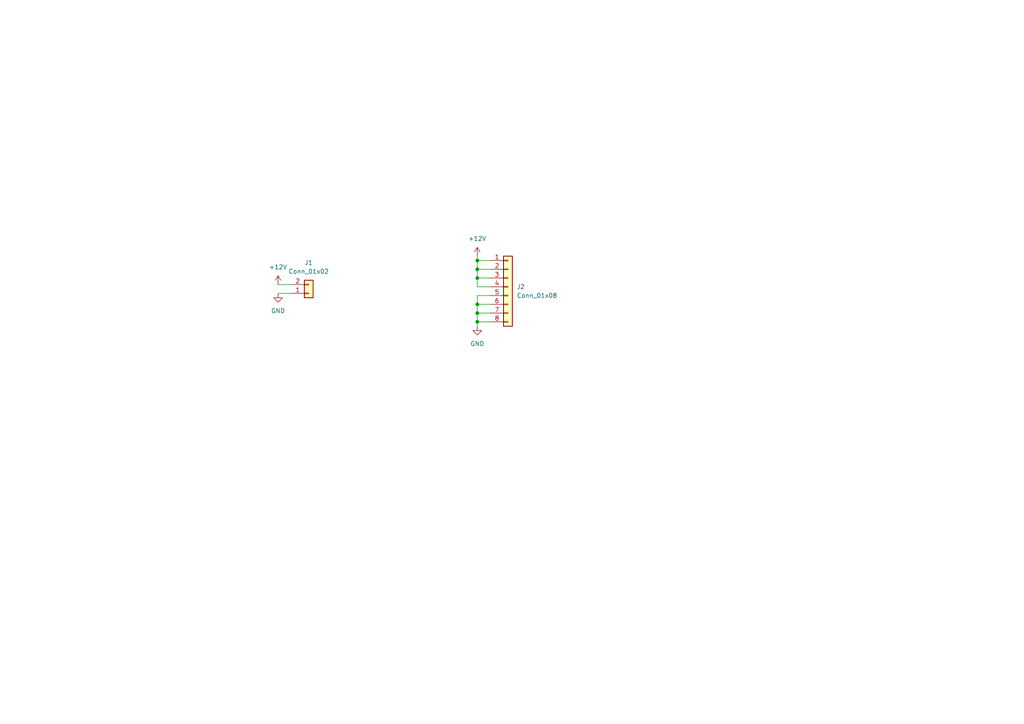
<source format=kicad_sch>
(kicad_sch (version 20211123) (generator eeschema)
  (paper "A4")
  (lib_symbols
    (symbol "Connector_Generic:Conn_01x02" (pin_names (offset 1.016) hide)
      (property "Reference" "J" (at 0 2.54 0))
      (property "Value" "Conn_01x02" (at 0 -5.08 0))
      (symbol "Conn_01x02_1_1"
        (rectangle (start -1.27 -2.413) (end 0 -2.667) (stroke (width 0.1524)))
        (rectangle (start -1.27 0.127) (end 0 -0.127) (stroke (width 0.1524)))
        (rectangle (start -1.27 1.27) (end 1.27 -3.81) (stroke (width 0.254)) (fill (type background)))
        (pin passive line (at -5.08 0 0) (length 3.81) (name "Pin_1") (number "1"))
        (pin passive line (at -5.08 -2.54 0) (length 3.81) (name "Pin_2") (number "2"))
      )
    )
    (symbol "Connector_Generic:Conn_01x08" (pin_names (offset 1.016) hide)
      (property "Reference" "J" (at 0 10.16 0))
      (property "Value" "Conn_01x08" (at 0 -12.7 0))
      (symbol "Conn_01x08_1_1"
        (rectangle (start -1.27 -10.033) (end 0 -10.287) (stroke (width 0.1524)))
        (rectangle (start -1.27 -7.493) (end 0 -7.747) (stroke (width 0.1524)))
        (rectangle (start -1.27 -4.953) (end 0 -5.207) (stroke (width 0.1524)))
        (rectangle (start -1.27 -2.413) (end 0 -2.667) (stroke (width 0.1524)))
        (rectangle (start -1.27 0.127) (end 0 -0.127) (stroke (width 0.1524)))
        (rectangle (start -1.27 2.667) (end 0 2.413) (stroke (width 0.1524)))
        (rectangle (start -1.27 5.207) (end 0 4.953) (stroke (width 0.1524)))
        (rectangle (start -1.27 7.747) (end 0 7.493) (stroke (width 0.1524)))
        (rectangle (start -1.27 8.89) (end 1.27 -11.43) (stroke (width 0.254)) (fill (type background)))
        (pin passive line (at -5.08 7.62 0) (length 3.81) (name "Pin_1") (number "1"))
        (pin passive line (at -5.08 5.08 0) (length 3.81) (name "Pin_2") (number "2"))
        (pin passive line (at -5.08 2.54 0) (length 3.81) (name "Pin_3") (number "3"))
        (pin passive line (at -5.08 0 0) (length 3.81) (name "Pin_4") (number "4"))
        (pin passive line (at -5.08 -2.54 0) (length 3.81) (name "Pin_5") (number "5"))
        (pin passive line (at -5.08 -5.08 0) (length 3.81) (name "Pin_6") (number "6"))
        (pin passive line (at -5.08 -7.62 0) (length 3.81) (name "Pin_7") (number "7"))
        (pin passive line (at -5.08 -10.16 0) (length 3.81) (name "Pin_8") (number "8"))
      )
    )
    (symbol "power:+12V" (power) (pin_names (offset 0))
      (property "Value" "+12V" (at 0 3.556 0))
      (symbol "+12V_0_1"
        (polyline (pts (xy -0.762 1.27) (xy 0 2.54)))
        (polyline (pts (xy 0 0) (xy 0 2.54)))
        (polyline (pts (xy 0 2.54) (xy 0.762 1.27)))
      )
      (symbol "+12V_1_1"
        (pin power_in line (at 0 0 90) (length 0) hide (name "+12V") (number "1"))
      )
    )
    (symbol "power:GND" (power) (pin_names (offset 0))
      (property "Value" "GND" (at 0 -3.81 0))
      (symbol "GND_0_1"
        (polyline (pts (xy 0 0) (xy 0 -1.27) (xy 1.27 -1.27) (xy 0 -2.54) (xy -1.27 -1.27) (xy 0 -1.27)))
      )
      (symbol "GND_1_1"
        (pin power_in line (at 0 0 270) (length 0) hide (name "GND") (number "1"))
      )
    )
  )
  (junction (at 138.43 88.265))
  (junction (at 138.43 75.565))
  (junction (at 138.43 78.105))
  (junction (at 138.43 93.345))
  (junction (at 138.43 90.805))
  (junction (at 138.43 80.645))
  (wire (pts (xy 142.24 78.105) (xy 138.43 78.105)))
  (wire (pts (xy 138.43 75.565) (xy 142.24 75.565)))
  (wire (pts (xy 138.43 93.345) (xy 142.24 93.345)))
  (wire (pts (xy 142.24 80.645) (xy 138.43 80.645)))
  (wire (pts (xy 138.43 90.805) (xy 142.24 90.805)))
  (wire (pts (xy 138.43 88.265) (xy 142.24 88.265)))
  (wire (pts (xy 138.43 74.295) (xy 138.43 75.565)))
  (wire (pts (xy 138.43 94.615) (xy 138.43 93.345)))
  (wire (pts (xy 138.43 83.185) (xy 138.43 80.645)))
  (wire (pts (xy 142.24 83.185) (xy 138.43 83.185)))
  (wire (pts (xy 142.24 85.725) (xy 138.43 85.725)))
  (wire (pts (xy 138.43 78.105) (xy 138.43 75.565)))
  (wire (pts (xy 80.645 85.09) (xy 84.455 85.09)))
  (wire (pts (xy 138.43 85.725) (xy 138.43 88.265)))
  (wire (pts (xy 138.43 88.265) (xy 138.43 90.805)))
  (wire (pts (xy 80.645 82.55) (xy 84.455 82.55)))
  (wire (pts (xy 138.43 80.645) (xy 138.43 78.105)))
  (wire (pts (xy 138.43 90.805) (xy 138.43 93.345)))
  (symbol (lib_id "power:GND") (at 80.645 85.09 0) (unit 1)
    (property "Reference" "#PWR0101" (effects hide))
    (property "Value" "GND" (at 80.645 90.17 0))
  )
  (symbol (lib_id "power:+12V") (at 80.645 82.55 0) (unit 1)
    (property "Reference" "#PWR0102" (effects hide))
    (property "Value" "+12V" (at 80.645 77.47 0))
  )
  (symbol (lib_id "power:+12V") (at 138.43 74.295 0) (unit 1)
    (property "Reference" "#PWR0103" (effects hide))
    (property "Value" "+12V" (at 138.43 69.215 0))
  )
  (symbol (lib_id "Connector_Generic:Conn_01x08") (at 147.32 83.185 0) (unit 1)
    (property "Reference" "J2" (at 149.86 83.1849 0) (effects (justify left)))
    (property "Value" "Conn_01x08" (at 149.86 85.7249 0) (effects (justify left)))
    (property "Footprint" "Connector_JST:JST_VH_B8P-VH_1x08_P3.96mm_Vertical" (effects hide))
  )
  (symbol (lib_id "power:GND") (at 138.43 94.615 0) (unit 1)
    (property "Reference" "#PWR0104" (effects hide))
    (property "Value" "GND" (at 138.43 99.695 0))
  )
  (symbol (lib_id "Connector_Generic:Conn_01x02") (at 89.535 85.09 0) (mirror x) (unit 1)
    (property "Reference" "J1" (at 89.535 76.2 0))
    (property "Value" "Conn_01x02" (at 89.535 78.74 0))
    (property "Footprint" "Connector_JST:JST_VH_B2P-VH-B_1x02_P3.96mm_Vertical" (effects hide))
  )
)
</source>
